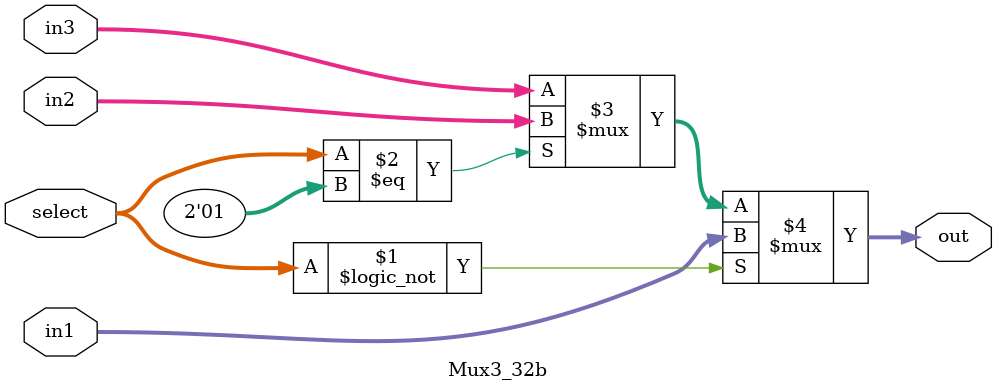
<source format=v>
module Mux3_32b(
    input[1:0] select, 
    input[31:0] in1, in2, in3,
    output[31:0] out
    );

    assign out = (select==2'b00) ? in1 : (select==2'b01) ? in2 : in3;
    
endmodule

</source>
